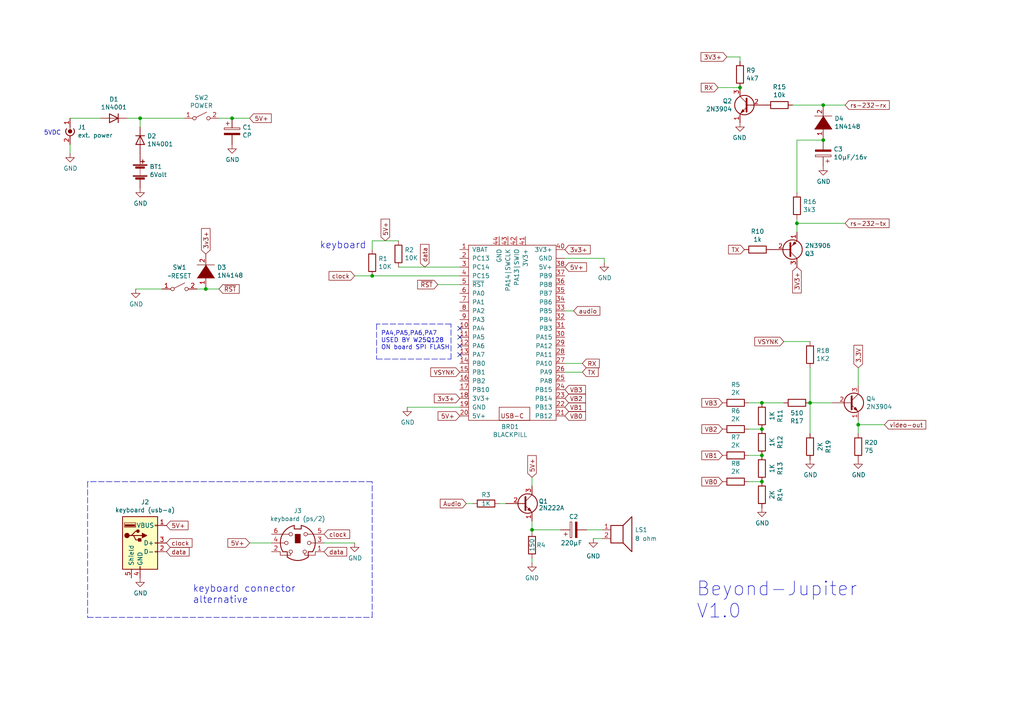
<source format=kicad_sch>
(kicad_sch (version 20211123) (generator eeschema)
  (paper "A4")
  (lib_symbols
    (symbol "Connector:Conn_Coaxial_Power" (pin_names (offset 1.016) hide)
      (property "Reference" "J" (at -5.08 -1.27 90))
      (property "Value" "Conn_Coaxial_Power" (at -3.175 -1.27 90))
      (symbol "Conn_Coaxial_Power_0_1"
        (arc (start -1.27 -1.27) (mid 0 -2.54) (end 1.27 -1.27) (stroke (width 0.254)))
        (arc (start -1.016 -0.508) (mid -1.2048 -0.8684) (end -1.27 -1.27) (stroke (width 0.254)))
        (circle (center 0 -1.27) (radius 0.508) (stroke (width 0.2032)) (fill (type outline)))
        (polyline (pts (xy 0 -2.54) (xy 0 -3.048)))
        (polyline (pts (xy 0 0) (xy 0 -1.27)))
        (arc (start 1.27 -1.27) (mid 1.2048 -0.8684) (end 1.016 -0.508) (stroke (width 0.254)))
      )
      (symbol "Conn_Coaxial_Power_1_1"
        (pin passive line (at 0 2.54 270) (length 2.54) (name "In") (number "1"))
        (pin passive line (at 0 -5.08 90) (length 2.54) (name "Ext") (number "2"))
      )
    )
    (symbol "Connector:Mini-DIN-6" (pin_names (offset 1.016))
      (property "Reference" "J" (at 0 6.35 0))
      (property "Value" "Mini-DIN-6" (at 0 -6.35 0))
      (symbol "Mini-DIN-6_0_1"
        (circle (center -3.302 0) (radius 0.508))
        (arc (start -3.048 -4.064) (mid 0 -5.08) (end 3.048 -4.064) (stroke (width 0.254)))
        (circle (center -2.032 -2.54) (radius 0.508))
        (circle (center -2.032 2.54) (radius 0.508))
        (arc (start -1.016 5.08) (mid -4.6228 2.1214) (end -4.318 -2.54) (stroke (width 0.254)))
        (rectangle (start -0.762 2.54) (end 0.762 0) (fill (type outline)))
        (polyline (pts (xy -3.81 0) (xy -5.08 0)))
        (polyline (pts (xy -2.54 2.54) (xy -5.08 2.54)))
        (polyline (pts (xy 2.794 2.54) (xy 5.08 2.54)))
        (polyline (pts (xy 5.08 0) (xy 3.81 0)))
        (polyline (pts (xy -4.318 -2.54) (xy -3.048 -2.54) (xy -3.048 -4.064)) (stroke (width 0.254)))
        (polyline (pts (xy 4.318 -2.54) (xy 3.048 -2.54) (xy 3.048 -4.064)) (stroke (width 0.254)))
        (polyline (pts (xy -2.032 -3.048) (xy -2.032 -3.556) (xy -5.08 -3.556) (xy -5.08 -2.54)))
        (polyline (pts (xy -1.016 5.08) (xy -1.016 4.064) (xy 1.016 4.064) (xy 1.016 5.08)) (stroke (width 0.254)))
        (polyline (pts (xy 2.032 -3.048) (xy 2.032 -3.556) (xy 5.08 -3.556) (xy 5.08 -2.54)))
        (circle (center 2.032 -2.54) (radius 0.508))
        (circle (center 2.286 2.54) (radius 0.508))
        (circle (center 3.302 0) (radius 0.508))
        (arc (start 4.318 -2.54) (mid 4.6661 2.1322) (end 1.016 5.08) (stroke (width 0.254)))
      )
      (symbol "Mini-DIN-6_1_1"
        (pin passive line (at 7.62 -2.54 180) (length 2.54) (name "~") (number "1"))
        (pin passive line (at -7.62 -2.54 0) (length 2.54) (name "~") (number "2"))
        (pin passive line (at 7.62 0 180) (length 2.54) (name "~") (number "3"))
        (pin passive line (at -7.62 0 0) (length 2.54) (name "~") (number "4"))
        (pin passive line (at 7.62 2.54 180) (length 2.54) (name "~") (number "5"))
        (pin passive line (at -7.62 2.54 0) (length 2.54) (name "~") (number "6"))
      )
    )
    (symbol "Device:Battery" (pin_numbers hide) (pin_names (offset 0) hide)
      (property "Reference" "BT" (at 2.54 2.54 0))
      (property "Value" "Battery" (at 2.54 0 0))
      (symbol "Battery_0_1"
        (rectangle (start -2.032 -1.397) (end 2.032 -1.651) (fill (type outline)))
        (rectangle (start -2.032 1.778) (end 2.032 1.524) (fill (type outline)))
        (rectangle (start -1.3208 -1.9812) (end 1.27 -2.4892) (fill (type outline)))
        (rectangle (start -1.3208 1.1938) (end 1.27 0.6858) (fill (type outline)))
        (polyline (pts (xy 0 -1.524) (xy 0 -1.27)))
        (polyline (pts (xy 0 -1.016) (xy 0 -0.762)))
        (polyline (pts (xy 0 -0.508) (xy 0 -0.254)))
        (polyline (pts (xy 0 0) (xy 0 0.254)))
        (polyline (pts (xy 0 0.508) (xy 0 0.762)))
        (polyline (pts (xy 0 1.778) (xy 0 2.54)))
        (polyline (pts (xy 0.254 2.667) (xy 1.27 2.667)) (stroke (width 0.254)))
        (polyline (pts (xy 0.762 3.175) (xy 0.762 2.159)) (stroke (width 0.254)))
      )
      (symbol "Battery_1_1"
        (pin passive line (at 0 5.08 270) (length 2.54) (name "+") (number "1"))
        (pin passive line (at 0 -5.08 90) (length 2.54) (name "-") (number "2"))
      )
    )
    (symbol "Device:C_Polarized" (pin_numbers hide) (pin_names (offset 0.254))
      (property "Reference" "C" (at 0.635 2.54 0))
      (property "Value" "C_Polarized" (at 0.635 -2.54 0))
      (symbol "C_Polarized_0_1"
        (rectangle (start -2.286 0.508) (end 2.286 1.016))
        (polyline (pts (xy -1.778 2.286) (xy -0.762 2.286)))
        (polyline (pts (xy -1.27 2.794) (xy -1.27 1.778)))
        (rectangle (start 2.286 -0.508) (end -2.286 -1.016) (fill (type outline)))
      )
      (symbol "C_Polarized_1_1"
        (pin passive line (at 0 3.81 270) (length 2.794) (name "~") (number "1"))
        (pin passive line (at 0 -3.81 90) (length 2.794) (name "~") (number "2"))
      )
    )
    (symbol "Device:D" (pin_numbers hide) (pin_names (offset 1.016) hide)
      (property "Reference" "D" (at 0 2.54 0))
      (property "Value" "D" (at 0 -2.54 0))
      (symbol "D_0_1"
        (polyline (pts (xy -1.27 1.27) (xy -1.27 -1.27)) (stroke (width 0.254)))
        (polyline (pts (xy 1.27 0) (xy -1.27 0)))
        (polyline (pts (xy 1.27 1.27) (xy 1.27 -1.27) (xy -1.27 0) (xy 1.27 1.27)) (stroke (width 0.254)))
      )
      (symbol "D_1_1"
        (pin passive line (at -3.81 0 0) (length 2.54) (name "K") (number "1"))
        (pin passive line (at 3.81 0 180) (length 2.54) (name "A") (number "2"))
      )
    )
    (symbol "Device:Q_NPN_EBC" (pin_names (offset 0) hide)
      (property "Reference" "Q" (at 5.08 1.27 0))
      (property "Value" "Q_NPN_EBC" (at 5.08 -1.27 0))
      (symbol "Q_NPN_EBC_0_1"
        (polyline (pts (xy 0.635 0.635) (xy 2.54 2.54)))
        (polyline (pts (xy 0.635 -0.635) (xy 2.54 -2.54) (xy 2.54 -2.54)))
        (polyline (pts (xy 0.635 1.905) (xy 0.635 -1.905) (xy 0.635 -1.905)) (stroke (width 0.508)))
        (polyline (pts (xy 1.27 -1.778) (xy 1.778 -1.27) (xy 2.286 -2.286) (xy 1.27 -1.778) (xy 1.27 -1.778)) (fill (type outline)))
        (circle (center 1.27 0) (radius 2.8194) (stroke (width 0.254)))
      )
      (symbol "Q_NPN_EBC_1_1"
        (pin passive line (at 2.54 -5.08 90) (length 2.54) (name "E") (number "1"))
        (pin passive line (at -5.08 0 0) (length 5.715) (name "B") (number "2"))
        (pin passive line (at 2.54 5.08 270) (length 2.54) (name "C") (number "3"))
      )
    )
    (symbol "Device:R" (pin_numbers hide) (pin_names (offset 0))
      (property "Reference" "R" (at 2.032 0 90))
      (property "Value" "R" (at 0 0 90))
      (symbol "R_0_1"
        (rectangle (start -1.016 -2.54) (end 1.016 2.54) (stroke (width 0.254)))
      )
      (symbol "R_1_1"
        (pin passive line (at 0 3.81 270) (length 1.27) (name "~") (number "1"))
        (pin passive line (at 0 -3.81 90) (length 1.27) (name "~") (number "2"))
      )
    )
    (symbol "Device:Speaker" (pin_names (offset 0) hide)
      (property "Reference" "LS" (at 1.27 5.715 0))
      (property "Value" "Speaker" (at 1.27 3.81 0))
      (symbol "Speaker_0_0"
        (rectangle (start -2.54 1.27) (end 1.016 -3.81) (stroke (width 0.254)))
        (polyline (pts (xy 1.016 1.27) (xy 3.556 3.81) (xy 3.556 -6.35) (xy 1.016 -3.81)) (stroke (width 0.254)))
      )
      (symbol "Speaker_1_1"
        (pin input line (at -5.08 0 0) (length 2.54) (name "1") (number "1"))
        (pin input line (at -5.08 -2.54 0) (length 2.54) (name "2") (number "2"))
      )
    )
    (symbol "Switch:SW_SPST" (pin_names (offset 0) hide)
      (property "Reference" "SW" (at 0 3.175 0))
      (property "Value" "SW_SPST" (at 0 -2.54 0))
      (symbol "SW_SPST_0_0"
        (circle (center -2.032 0) (radius 0.508))
        (polyline (pts (xy -1.524 0.254) (xy 1.524 1.778)))
        (circle (center 2.032 0) (radius 0.508))
      )
      (symbol "SW_SPST_1_1"
        (pin passive line (at -5.08 0 0) (length 2.54) (name "A") (number "1"))
        (pin passive line (at 5.08 0 180) (length 2.54) (name "B") (number "2"))
      )
    )
    (symbol "Transistor_BJT:2N3904" (pin_names (offset 0) hide)
      (property "Reference" "Q" (at 5.08 1.905 0))
      (property "Value" "2N3904" (at 5.08 0 0))
      (symbol "2N3904_0_1"
        (polyline (pts (xy 0.635 0.635) (xy 2.54 2.54)))
        (polyline (pts (xy 0.635 -0.635) (xy 2.54 -2.54) (xy 2.54 -2.54)))
        (polyline (pts (xy 0.635 1.905) (xy 0.635 -1.905) (xy 0.635 -1.905)) (stroke (width 0.508)))
        (polyline (pts (xy 1.27 -1.778) (xy 1.778 -1.27) (xy 2.286 -2.286) (xy 1.27 -1.778) (xy 1.27 -1.778)) (fill (type outline)))
        (circle (center 1.27 0) (radius 2.8194) (stroke (width 0.254)))
      )
      (symbol "2N3904_1_1"
        (pin passive line (at 2.54 -5.08 90) (length 2.54) (name "E") (number "1"))
        (pin passive line (at -5.08 0 0) (length 5.715) (name "B") (number "2"))
        (pin passive line (at 2.54 5.08 270) (length 2.54) (name "C") (number "3"))
      )
    )
    (symbol "Transistor_BJT:2N3906" (pin_names (offset 0) hide)
      (property "Reference" "Q" (at 5.08 1.905 0))
      (property "Value" "2N3906" (at 5.08 0 0))
      (symbol "2N3906_0_1"
        (polyline (pts (xy 0.635 0.635) (xy 2.54 2.54)))
        (polyline (pts (xy 0.635 -0.635) (xy 2.54 -2.54) (xy 2.54 -2.54)))
        (polyline (pts (xy 0.635 1.905) (xy 0.635 -1.905) (xy 0.635 -1.905)) (stroke (width 0.508)))
        (polyline (pts (xy 2.286 -1.778) (xy 1.778 -2.286) (xy 1.27 -1.27) (xy 2.286 -1.778) (xy 2.286 -1.778)) (fill (type outline)))
        (circle (center 1.27 0) (radius 2.8194) (stroke (width 0.254)))
      )
      (symbol "2N3906_1_1"
        (pin passive line (at 2.54 -5.08 90) (length 2.54) (name "E") (number "1"))
        (pin input line (at -5.08 0 0) (length 5.715) (name "B") (number "2"))
        (pin passive line (at 2.54 5.08 270) (length 2.54) (name "C") (number "3"))
      )
    )
    (symbol "kiCAD-schematic-rescue:BLACKPILL-black-pill" (pin_names (offset 1.016))
      (property "Reference" "BRD" (at 1.27 -48.26 0))
      (property "Value" "BLACKPILL-black-pill" (at -5.08 29.21 0))
      (symbol "BLACKPILL-black-pill_0_0"
        (rectangle (start -16.51 17.78) (end 8.89 -33.02))
        (text "USB-C" (at -3.81 -31.75 0) (effects (font (size 1.27 1.27))))
      )
      (symbol "BLACKPILL-black-pill_0_1"
        (rectangle (start -7.62 -29.21) (end 1.27 -33.02))
      )
      (symbol "BLACKPILL-black-pill_1_1"
        (pin power_in line (at -19.05 16.51 0) (length 2.54) (name "VBAT") (number "1"))
        (pin bidirectional line (at -19.05 -6.35 0) (length 2.54) (name "PA4") (number "10"))
        (pin bidirectional line (at -19.05 -8.89 0) (length 2.54) (name "PA5") (number "11"))
        (pin bidirectional line (at -19.05 -11.43 0) (length 2.54) (name "PA6") (number "12"))
        (pin bidirectional line (at -19.05 -13.97 0) (length 2.54) (name "PA7") (number "13"))
        (pin bidirectional line (at -19.05 -16.51 0) (length 2.54) (name "PB0") (number "14"))
        (pin bidirectional line (at -19.05 -19.05 0) (length 2.54) (name "PB1") (number "15"))
        (pin bidirectional line (at -19.05 -21.59 0) (length 2.54) (name "PB2") (number "16"))
        (pin bidirectional line (at -19.05 -24.13 0) (length 2.54) (name "PB10") (number "17"))
        (pin power_in line (at -19.05 -26.67 0) (length 2.54) (name "3V3+") (number "18"))
        (pin passive line (at -19.05 -29.21 0) (length 2.54) (name "GND") (number "19"))
        (pin bidirectional line (at -19.05 13.97 0) (length 2.54) (name "PC13") (number "2"))
        (pin passive line (at -19.05 -31.75 0) (length 2.54) (name "5V+") (number "20"))
        (pin bidirectional line (at 11.43 -31.75 180) (length 2.54) (name "PB12") (number "21"))
        (pin bidirectional line (at 11.43 -29.21 180) (length 2.54) (name "PB13") (number "22"))
        (pin bidirectional line (at 11.43 -26.67 180) (length 2.54) (name "PB14") (number "23"))
        (pin bidirectional line (at 11.43 -24.13 180) (length 2.54) (name "PB15") (number "24"))
        (pin bidirectional line (at 11.43 -21.59 180) (length 2.54) (name "PA8") (number "25"))
        (pin bidirectional line (at 11.43 -19.05 180) (length 2.54) (name "PA9") (number "26"))
        (pin bidirectional line (at 11.43 -16.51 180) (length 2.54) (name "PA10") (number "27"))
        (pin bidirectional line (at 11.43 -13.97 180) (length 2.54) (name "PA11") (number "28"))
        (pin bidirectional line (at 11.43 -11.43 180) (length 2.54) (name "PA12") (number "29"))
        (pin bidirectional line (at -19.05 11.43 0) (length 2.54) (name "PC14") (number "3"))
        (pin bidirectional line (at 11.43 -8.89 180) (length 2.54) (name "PA15") (number "30"))
        (pin bidirectional line (at 11.43 -6.35 180) (length 2.54) (name "PB3") (number "31"))
        (pin bidirectional line (at 11.43 -3.81 180) (length 2.54) (name "PB4") (number "32"))
        (pin bidirectional line (at 11.43 -1.27 180) (length 2.54) (name "PB5") (number "33"))
        (pin bidirectional line (at 11.43 1.27 180) (length 2.54) (name "PB6") (number "34"))
        (pin bidirectional line (at 11.43 3.81 180) (length 2.54) (name "PB7") (number "35"))
        (pin bidirectional line (at 11.43 6.35 180) (length 2.54) (name "PB8") (number "36"))
        (pin bidirectional line (at 11.43 8.89 180) (length 2.54) (name "PB9") (number "37"))
        (pin power_in line (at 11.43 11.43 180) (length 2.54) (name "5V+") (number "38"))
        (pin bidirectional line (at -19.05 8.89 0) (length 2.54) (name "PC15") (number "4"))
        (pin power_in line (at 11.43 16.51 180) (length 2.54) (name "3V3+") (number "40"))
        (pin power_in line (at 0 20.32 270) (length 2.54) (name "3V3+") (number "41"))
        (pin bidirectional line (at -2.54 20.32 270) (length 2.54) (name "PA13|SWIO") (number "42"))
        (pin bidirectional line (at -5.08 20.32 270) (length 2.54) (name "PA14|SWCLK") (number "43"))
        (pin passive line (at -7.62 20.32 270) (length 2.54) (name "GND") (number "44"))
        (pin bidirectional line (at -19.05 6.35 0) (length 2.54) (name "~{RST}") (number "5"))
        (pin bidirectional line (at -19.05 3.81 0) (length 2.54) (name "PA0") (number "6"))
        (pin bidirectional line (at -19.05 1.27 0) (length 2.54) (name "PA1") (number "7"))
        (pin bidirectional line (at -19.05 -1.27 0) (length 2.54) (name "PA2") (number "8"))
        (pin bidirectional line (at -19.05 -3.81 0) (length 2.54) (name "PA3") (number "9"))
        (pin passive line (at 11.43 13.97 180) (length 2.54) (name "GND") (number "~"))
      )
    )
    (symbol "kiCAD-schematic-rescue:CP-Device" (pin_numbers hide) (pin_names (offset 0.254))
      (property "Reference" "C" (at 0.635 2.54 0))
      (property "Value" "CP-Device" (at 0.635 -2.54 0))
      (symbol "CP-Device_0_1"
        (rectangle (start -2.286 0.508) (end 2.286 1.016))
        (polyline (pts (xy -1.778 2.286) (xy -0.762 2.286)))
        (polyline (pts (xy -1.27 2.794) (xy -1.27 1.778)))
        (rectangle (start 2.286 -0.508) (end -2.286 -1.016) (fill (type outline)))
      )
      (symbol "CP-Device_1_1"
        (pin passive line (at 0 3.81 270) (length 2.794) (name "~") (number "1"))
        (pin passive line (at 0 -3.81 90) (length 2.794) (name "~") (number "2"))
      )
    )
    (symbol "kiCAD-schematic-rescue:USB_A-Connector" (pin_names (offset 1.016))
      (property "Reference" "J" (at -5.08 11.43 0))
      (property "Value" "USB_A-Connector" (at -5.08 8.89 0))
      (symbol "USB_A-Connector_0_1"
        (rectangle (start -5.08 -7.62) (end 5.08 7.62) (stroke (width 0.254)) (fill (type background)))
        (circle (center -3.81 2.159) (radius 0.635) (stroke (width 0.254)) (fill (type outline)))
        (rectangle (start -1.524 4.826) (end -4.318 5.334) (fill (type outline)))
        (rectangle (start -1.27 4.572) (end -4.572 5.842))
        (circle (center -0.635 3.429) (radius 0.381) (stroke (width 0.254)) (fill (type outline)))
        (rectangle (start -0.127 -7.62) (end 0.127 -6.858))
        (polyline (pts (xy -3.175 2.159) (xy -2.54 2.159) (xy -1.27 3.429) (xy -0.635 3.429)) (stroke (width 0.254)))
        (polyline (pts (xy -2.54 2.159) (xy -1.905 2.159) (xy -1.27 0.889) (xy 0 0.889)) (stroke (width 0.254)))
        (polyline (pts (xy 0.635 2.794) (xy 0.635 1.524) (xy 1.905 2.159) (xy 0.635 2.794)) (stroke (width 0.254)) (fill (type outline)))
        (rectangle (start 0.254 1.27) (end -0.508 0.508) (stroke (width 0.254)) (fill (type outline)))
        (rectangle (start 5.08 -2.667) (end 4.318 -2.413))
        (rectangle (start 5.08 -0.127) (end 4.318 0.127))
        (rectangle (start 5.08 4.953) (end 4.318 5.207))
      )
      (symbol "USB_A-Connector_1_1"
        (polyline (pts (xy -1.905 2.159) (xy 0.635 2.159)) (stroke (width 0.254)))
        (pin power_in line (at 7.62 5.08 180) (length 2.54) (name "VBUS") (number "1"))
        (pin passive line (at 7.62 -2.54 180) (length 2.54) (name "D-") (number "2"))
        (pin passive line (at 7.62 0 180) (length 2.54) (name "D+") (number "3"))
        (pin power_in line (at 0 -10.16 90) (length 2.54) (name "GND") (number "4"))
        (pin passive line (at -2.54 -10.16 90) (length 2.54) (name "Shield") (number "5"))
      )
    )
    (symbol "power:GND" (power) (pin_names (offset 0))
      (property "Value" "GND" (at 0 -3.81 0))
      (symbol "GND_0_1"
        (polyline (pts (xy 0 0) (xy 0 -1.27) (xy 1.27 -1.27) (xy 0 -2.54) (xy -1.27 -1.27) (xy 0 -1.27)))
      )
      (symbol "GND_1_1"
        (pin power_in line (at 0 0 270) (length 0) hide (name "GND") (number "1"))
      )
    )
    (symbol "pspice:DIODE" (pin_names (offset 1.016) hide)
      (property "Reference" "D" (at 0 3.81 0))
      (property "Value" "DIODE" (at 0 -4.445 0))
      (symbol "DIODE_0_1"
        (polyline (pts (xy 1.905 2.54) (xy 1.905 -2.54)))
        (polyline (pts (xy -1.905 2.54) (xy -1.905 -2.54) (xy 1.905 0)) (fill (type outline)))
      )
      (symbol "DIODE_1_1"
        (pin input line (at -5.08 0 0) (length 3.81) (name "K") (number "1"))
        (pin input line (at 5.08 0 180) (length 3.81) (name "A") (number "2"))
      )
    )
  )
  (junction (at 234.95 116.84))
  (junction (at 238.76 30.48))
  (junction (at 107.95 80.01))
  (junction (at 220.98 139.7))
  (junction (at 231.14 64.77))
  (junction (at 59.69 83.82))
  (junction (at 67.31 34.29))
  (junction (at 214.63 25.4))
  (junction (at 248.92 123.19))
  (junction (at 220.98 132.08))
  (junction (at 220.98 124.46))
  (junction (at 238.76 40.64))
  (junction (at 154.305 153.67))
  (junction (at 40.64 34.29))
  (junction (at 220.98 116.84))
  (no_connect (at 133.35 102.87))
  (no_connect (at 133.35 95.25))
  (no_connect (at 133.35 97.79))
  (no_connect (at 133.35 100.33))
  (wire (pts (xy 217.17 132.08) (xy 220.98 132.08)))
  (wire (pts (xy 248.92 121.92) (xy 248.92 123.19)))
  (wire (pts (xy 154.305 151.13) (xy 154.305 153.67)))
  (wire (pts (xy 217.17 124.46) (xy 220.98 124.46)))
  (wire (pts (xy 234.95 116.84) (xy 234.95 125.73)))
  (wire (pts (xy 163.83 90.17) (xy 166.37 90.17)))
  (wire (pts (xy 245.11 30.48) (xy 238.76 30.48)))
  (wire (pts (xy 217.17 139.7) (xy 220.98 139.7)))
  (wire (pts (xy 107.95 72.39) (xy 107.95 69.85)))
  (wire (pts (xy 135.255 146.05) (xy 137.16 146.05)))
  (polyline (pts (xy 107.95 179.07) (xy 107.95 139.7)))
  (wire (pts (xy 168.91 105.41) (xy 163.83 105.41)))
  (wire (pts (xy 231.14 40.64) (xy 238.76 40.64)))
  (polyline (pts (xy 109.22 93.98) (xy 109.22 104.14)))
  (wire (pts (xy 170.18 153.67) (xy 174.625 153.67)))
  (wire (pts (xy 72.39 157.48) (xy 78.74 157.48)))
  (wire (pts (xy 36.83 34.29) (xy 40.64 34.29)))
  (wire (pts (xy 231.14 40.64) (xy 231.14 55.88)))
  (wire (pts (xy 175.26 74.93) (xy 163.83 74.93)))
  (wire (pts (xy 59.69 83.82) (xy 63.5 83.82)))
  (polyline (pts (xy 130.81 104.14) (xy 130.81 93.98)))
  (wire (pts (xy 144.78 146.05) (xy 146.685 146.05)))
  (wire (pts (xy 154.305 153.67) (xy 154.305 154.305)))
  (wire (pts (xy 118.11 118.11) (xy 133.35 118.11)))
  (polyline (pts (xy 25.4 139.7) (xy 25.4 179.07)))
  (wire (pts (xy 163.83 107.95) (xy 168.91 107.95)))
  (wire (pts (xy 172.085 156.21) (xy 174.625 156.21)))
  (wire (pts (xy 93.98 157.48) (xy 102.87 157.48)))
  (wire (pts (xy 115.57 77.47) (xy 133.35 77.47)))
  (wire (pts (xy 231.14 64.77) (xy 245.11 64.77)))
  (wire (pts (xy 154.305 161.925) (xy 154.305 163.195)))
  (polyline (pts (xy 109.22 104.14) (xy 130.81 104.14)))
  (wire (pts (xy 229.87 30.48) (xy 238.76 30.48)))
  (polyline (pts (xy 25.4 179.07) (xy 107.95 179.07)))
  (wire (pts (xy 220.98 116.84) (xy 217.17 116.84)))
  (wire (pts (xy 220.98 116.84) (xy 227.33 116.84)))
  (wire (pts (xy 234.95 106.68) (xy 234.95 116.84)))
  (wire (pts (xy 67.31 34.29) (xy 72.39 34.29)))
  (wire (pts (xy 40.64 34.29) (xy 53.34 34.29)))
  (wire (pts (xy 20.32 34.29) (xy 29.21 34.29)))
  (wire (pts (xy 107.95 69.85) (xy 115.57 69.85)))
  (wire (pts (xy 241.3 116.84) (xy 234.95 116.84)))
  (wire (pts (xy 231.14 64.77) (xy 231.14 63.5)))
  (wire (pts (xy 214.63 16.51) (xy 214.63 17.78)))
  (wire (pts (xy 208.28 25.4) (xy 214.63 25.4)))
  (wire (pts (xy 175.26 76.2) (xy 175.26 74.93)))
  (wire (pts (xy 102.87 80.01) (xy 107.95 80.01)))
  (wire (pts (xy 127 82.55) (xy 133.35 82.55)))
  (wire (pts (xy 248.92 123.19) (xy 248.92 125.73)))
  (wire (pts (xy 63.5 34.29) (xy 67.31 34.29)))
  (polyline (pts (xy 130.81 93.98) (xy 109.22 93.98)))
  (wire (pts (xy 40.64 34.29) (xy 40.64 36.83)))
  (wire (pts (xy 20.32 41.91) (xy 20.32 44.45)))
  (wire (pts (xy 227.33 99.06) (xy 234.95 99.06)))
  (wire (pts (xy 154.305 153.67) (xy 162.56 153.67)))
  (wire (pts (xy 57.15 83.82) (xy 59.69 83.82)))
  (wire (pts (xy 231.14 67.31) (xy 231.14 64.77)))
  (wire (pts (xy 154.305 138.43) (xy 154.305 140.97)))
  (wire (pts (xy 107.95 80.01) (xy 133.35 80.01)))
  (wire (pts (xy 256.54 123.19) (xy 248.92 123.19)))
  (wire (pts (xy 39.37 83.82) (xy 46.99 83.82)))
  (wire (pts (xy 248.92 106.68) (xy 248.92 111.76)))
  (polyline (pts (xy 107.95 139.7) (xy 25.4 139.7)))
  (wire (pts (xy 210.82 16.51) (xy 214.63 16.51)))
  (text "keyboard connector\nalternative\n" (at 55.88 175.26 0) (effects (font (size 2.0066 2.0066)) (justify left bottom)))
  (text "5VDC\n" (at 12.7 39.37 0) (effects (font (size 1.27 1.27)) (justify left bottom)))
  (text "keyboard\n" (at 92.71 72.39 0) (effects (font (size 2.0066 2.0066)) (justify left bottom)))
  (text "Beyond-Jupiter\nV1.0" (at 201.93 179.705 0) (effects (font (size 4 4)) (justify left bottom)))
  (text "PA4,PA5,PA6,PA7\nUSED BY W25Q128\nON board SPI FLASH" (at 110.49 101.6 0) (effects (font (size 1.27 1.27)) (justify left bottom)))
  (global_label "audio" (shape input) (at 166.37 90.17 0) (property "Références Inter-Feuilles" "${INTERSHEET_REFS}" (effects hide)))
  (global_label "3v3+" (shape input) (at 133.35 115.57 180) (property "Références Inter-Feuilles" "${INTERSHEET_REFS}" (effects hide)))
  (global_label "data" (shape input) (at 48.26 160.02 0) (property "Références Inter-Feuilles" "${INTERSHEET_REFS}" (effects hide)))
  (global_label "clock" (shape input) (at 48.26 157.48 0) (property "Références Inter-Feuilles" "${INTERSHEET_REFS}" (effects hide)))
  (global_label "clock" (shape input) (at 102.87 80.01 180) (property "Références Inter-Feuilles" "${INTERSHEET_REFS}" (effects hide)))
  (global_label "VB2" (shape input) (at 209.55 124.46 180) (property "Références Inter-Feuilles" "${INTERSHEET_REFS}" (effects hide)))
  (global_label "~{RST}" (shape input) (at 127 82.55 180) (property "Références Inter-Feuilles" "${INTERSHEET_REFS}" (effects hide)))
  (global_label "RX" (shape input) (at 168.91 105.41 0) (property "Références Inter-Feuilles" "${INTERSHEET_REFS}" (effects hide)))
  (global_label "5V+" (shape input) (at 72.39 157.48 180) (property "Références Inter-Feuilles" "${INTERSHEET_REFS}" (effects hide)))
  (global_label "TX" (shape input) (at 168.91 107.95 0) (property "Références Inter-Feuilles" "${INTERSHEET_REFS}" (effects hide)))
  (global_label "data" (shape input) (at 93.98 160.02 0) (property "Références Inter-Feuilles" "${INTERSHEET_REFS}" (effects hide)))
  (global_label "data" (shape input) (at 123.19 77.47 90) (property "Références Inter-Feuilles" "${INTERSHEET_REFS}" (effects hide)))
  (global_label "VB1" (shape input) (at 163.83 118.11 0) (property "Références Inter-Feuilles" "${INTERSHEET_REFS}" (effects hide)))
  (global_label "3v3+" (shape input) (at 59.69 73.66 90) (property "Références Inter-Feuilles" "${INTERSHEET_REFS}" (effects hide)))
  (global_label "video-out" (shape input) (at 256.54 123.19 0) (property "Références Inter-Feuilles" "${INTERSHEET_REFS}" (effects hide)))
  (global_label "VB2" (shape input) (at 163.83 115.57 0) (property "Références Inter-Feuilles" "${INTERSHEET_REFS}" (effects hide)))
  (global_label "3v3+" (shape input) (at 163.83 72.39 0) (property "Références Inter-Feuilles" "${INTERSHEET_REFS}" (effects hide)))
  (global_label "3.3V" (shape input) (at 248.92 106.68 90) (property "Références Inter-Feuilles" "${INTERSHEET_REFS}" (effects hide)))
  (global_label "VB3" (shape input) (at 209.55 116.84 180) (property "Références Inter-Feuilles" "${INTERSHEET_REFS}" (effects hide)))
  (global_label "VB0" (shape input) (at 209.55 139.7 180) (property "Références Inter-Feuilles" "${INTERSHEET_REFS}" (effects hide)))
  (global_label "5V+" (shape input) (at 72.39 34.29 0) (property "Références Inter-Feuilles" "${INTERSHEET_REFS}" (effects hide)))
  (global_label "clock" (shape input) (at 93.98 154.94 0) (property "Références Inter-Feuilles" "${INTERSHEET_REFS}" (effects hide)))
  (global_label "VB1" (shape input) (at 209.55 132.08 180) (property "Références Inter-Feuilles" "${INTERSHEET_REFS}" (effects hide)))
  (global_label "5V+" (shape input) (at 48.26 152.4 0) (property "Références Inter-Feuilles" "${INTERSHEET_REFS}" (effects hide)))
  (global_label "RX" (shape input) (at 208.28 25.4 180) (property "Références Inter-Feuilles" "${INTERSHEET_REFS}" (effects hide)))
  (global_label "5V+" (shape input) (at 111.76 69.85 90) (property "Références Inter-Feuilles" "${INTERSHEET_REFS}" (effects hide)))
  (global_label "5V+" (shape input) (at 163.83 77.47 0) (property "Références Inter-Feuilles" "${INTERSHEET_REFS}" (effects hide)))
  (global_label "3V3+" (shape input) (at 210.82 16.51 180) (property "Références Inter-Feuilles" "${INTERSHEET_REFS}" (effects hide)))
  (global_label "5V+" (shape input) (at 133.35 120.65 180) (property "Références Inter-Feuilles" "${INTERSHEET_REFS}" (effects hide)))
  (global_label "rs-232-tx" (shape input) (at 245.11 64.77 0) (property "Références Inter-Feuilles" "${INTERSHEET_REFS}" (effects hide)))
  (global_label "VB3" (shape input) (at 163.83 113.03 0) (property "Références Inter-Feuilles" "${INTERSHEET_REFS}" (effects hide)))
  (global_label "VSYNK" (shape input) (at 133.35 107.95 180) (property "Références Inter-Feuilles" "${INTERSHEET_REFS}" (effects hide)))
  (global_label "VSYNK" (shape input) (at 227.33 99.06 180) (property "Références Inter-Feuilles" "${INTERSHEET_REFS}" (effects hide)))
  (global_label "5V+" (shape input) (at 154.305 138.43 90) (property "Références Inter-Feuilles" "${INTERSHEET_REFS}" (effects hide)))
  (global_label "Audio" (shape input) (at 135.255 146.05 180) (property "Références Inter-Feuilles" "${INTERSHEET_REFS}" (effects hide)))
  (global_label "3V3+" (shape input) (at 231.14 77.47 270) (property "Références Inter-Feuilles" "${INTERSHEET_REFS}" (effects hide)))
  (global_label "rs-232-rx" (shape input) (at 245.11 30.48 0) (property "Références Inter-Feuilles" "${INTERSHEET_REFS}" (effects hide)))
  (global_label "TX" (shape input) (at 215.9 72.39 180) (property "Références Inter-Feuilles" "${INTERSHEET_REFS}" (effects hide)))
  (global_label "~{RST}" (shape input) (at 63.5 83.82 0) (property "Références Inter-Feuilles" "${INTERSHEET_REFS}" (effects hide)))
  (global_label "VB0" (shape input) (at 163.83 120.65 0) (property "Références Inter-Feuilles" "${INTERSHEET_REFS}" (effects hide)))
  (symbol (lib_id "kiCAD-schematic-rescue:BLACKPILL-black-pill") (at 152.4 88.9 0) (unit 1)
    (property "Reference" "BRD1" (at 147.955 123.7742 0))
    (property "Value" "BLACKPILL" (at 147.955 126.0856 0))
  )
  (symbol (lib_id "Transistor_BJT:2N3904") (at 217.17 30.48 0) (mirror y) (unit 1)
    (property "Reference" "Q2" (at 212.344 29.3116 0) (effects (justify left)))
    (property "Value" "2N3904" (at 212.344 31.623 0) (effects (justify left)))
    (property "Footprint" "Package_TO_SOT_THT:TO-92_Inline" (effects hide))
    (property "Datasheet" "https://www.fairchildsemi.com/datasheets/2N/2N3904.pdf" (effects hide))
  )
  (symbol (lib_id "Transistor_BJT:2N3906") (at 228.6 72.39 0) (mirror x) (unit 1)
    (property "Reference" "Q3" (at 233.426 73.5584 0) (effects (justify left)))
    (property "Value" "2N3906" (at 233.426 71.247 0) (effects (justify left)))
    (property "Footprint" "Package_TO_SOT_THT:TO-92_Inline" (effects hide))
    (property "Datasheet" "https://www.fairchildsemi.com/datasheets/2N/2N3906.pdf" (effects hide))
  )
  (symbol (lib_id "Transistor_BJT:2N3904") (at 246.38 116.84 0) (unit 1)
    (property "Reference" "Q4" (at 251.206 115.6716 0) (effects (justify left)))
    (property "Value" "2N3904" (at 251.206 117.983 0) (effects (justify left)))
    (property "Footprint" "Package_TO_SOT_THT:TO-92_Inline" (effects hide))
    (property "Datasheet" "https://www.fairchildsemi.com/datasheets/2N/2N3904.pdf" (effects hide))
  )
  (symbol (lib_id "power:GND") (at 214.63 35.56 0) (mirror y) (unit 1)
    (property "Reference" "#PWR011" (effects hide))
    (property "Value" "GND" (at 214.503 39.9542 0))
  )
  (symbol (lib_id "Device:R") (at 214.63 21.59 0) (mirror y) (unit 1)
    (property "Reference" "R9" (at 216.408 20.4216 0) (effects (justify right)))
    (property "Value" "4k7" (at 216.408 22.733 0) (effects (justify right)))
  )
  (symbol (lib_id "Device:R") (at 226.06 30.48 90) (mirror x) (unit 1)
    (property "Reference" "R15" (at 226.06 25.2222 90))
    (property "Value" "10k" (at 226.06 27.5336 90))
  )
  (symbol (lib_id "pspice:DIODE") (at 238.76 35.56 90) (unit 1)
    (property "Reference" "D4" (at 242.0112 34.3916 90) (effects (justify right)))
    (property "Value" "1N4148" (at 242.0112 36.703 90) (effects (justify right)))
  )
  (symbol (lib_id "kiCAD-schematic-rescue:CP-Device") (at 238.76 44.45 180) (unit 1)
    (property "Reference" "C3" (at 241.7572 43.2816 0) (effects (justify right)))
    (property "Value" "10µF/16v" (at 241.7572 45.593 0) (effects (justify right)))
  )
  (symbol (lib_id "power:GND") (at 238.76 48.26 0) (unit 1)
    (property "Reference" "#PWR014" (effects hide))
    (property "Value" "GND" (at 238.887 52.6542 0))
  )
  (symbol (lib_id "Device:R") (at 219.71 72.39 90) (unit 1)
    (property "Reference" "R10" (at 219.71 67.1322 90))
    (property "Value" "1k" (at 219.71 69.4436 90))
  )
  (symbol (lib_id "Device:R") (at 231.14 59.69 180) (unit 1)
    (property "Reference" "R16" (at 232.918 58.5216 0) (effects (justify right)))
    (property "Value" "3k3" (at 232.918 60.833 0) (effects (justify right)))
  )
  (symbol (lib_id "Device:R") (at 248.92 129.54 0) (unit 1)
    (property "Reference" "R20" (at 250.698 128.3716 0) (effects (justify left)))
    (property "Value" "75" (at 250.698 130.683 0) (effects (justify left)))
  )
  (symbol (lib_id "power:GND") (at 248.92 133.35 0) (unit 1)
    (property "Reference" "#PWR015" (effects hide))
    (property "Value" "GND" (at 249.047 137.7442 0))
  )
  (symbol (lib_id "Device:R") (at 234.95 102.87 0) (unit 1)
    (property "Reference" "R18" (at 236.728 101.7016 0) (effects (justify left)))
    (property "Value" "1K2" (at 236.728 104.013 0) (effects (justify left)))
  )
  (symbol (lib_id "Device:R") (at 213.36 116.84 90) (unit 1)
    (property "Reference" "R5" (at 213.36 111.5822 90))
    (property "Value" "2K" (at 213.36 113.8936 90))
  )
  (symbol (lib_id "Device:R") (at 220.98 120.65 0) (unit 1)
    (property "Reference" "R11" (at 226.2378 120.65 90))
    (property "Value" "1K" (at 223.9264 120.65 90))
  )
  (symbol (lib_id "Device:R") (at 213.36 132.08 90) (unit 1)
    (property "Reference" "R7" (at 213.36 126.8222 90))
    (property "Value" "2K" (at 213.36 129.1336 90))
  )
  (symbol (lib_id "Device:R") (at 213.36 139.7 90) (unit 1)
    (property "Reference" "R8" (at 213.36 134.4422 90))
    (property "Value" "2K" (at 213.36 136.7536 90))
  )
  (symbol (lib_id "Connector:Mini-DIN-6") (at 86.36 157.48 0) (unit 1)
    (property "Reference" "J3" (at 86.36 148.1582 0))
    (property "Value" "keyboard (ps/2)" (at 86.36 150.4696 0))
    (property "Datasheet" "http://service.powerdynamics.com/ec/Catalog17/Section%2011.pdf" (effects hide))
  )
  (symbol (lib_id "power:GND") (at 102.87 157.48 0) (unit 1)
    (property "Reference" "#PWR06" (effects hide))
    (property "Value" "GND" (at 102.997 161.8742 0))
  )
  (symbol (lib_id "kiCAD-schematic-rescue:USB_A-Connector") (at 40.64 157.48 0) (unit 1)
    (property "Reference" "J2" (at 42.0878 145.6182 0))
    (property "Value" "keyboard (usb-a)" (at 42.0878 147.9296 0))
    (property "Datasheet" " ~" (effects hide))
  )
  (symbol (lib_id "power:GND") (at 40.64 167.64 0) (unit 1)
    (property "Reference" "#PWR04" (effects hide))
    (property "Value" "GND" (at 40.767 172.0342 0))
  )
  (symbol (lib_id "Switch:SW_SPST") (at 52.07 83.82 0) (unit 1)
    (property "Reference" "SW1" (at 52.07 77.5462 0))
    (property "Value" "~RESET" (at 52.07 80.0354 0))
  )
  (symbol (lib_id "power:GND") (at 39.37 83.82 0) (unit 1)
    (property "Reference" "#PWR02" (effects hide))
    (property "Value" "GND" (at 39.497 88.2142 0))
  )
  (symbol (lib_id "pspice:DIODE") (at 59.69 78.74 90) (unit 1)
    (property "Reference" "D3" (at 62.9412 77.5716 90) (effects (justify right)))
    (property "Value" "1N4148" (at 62.9412 79.883 90) (effects (justify right)))
  )
  (symbol (lib_id "Device:R") (at 115.57 73.66 0) (unit 1)
    (property "Reference" "R2" (at 117.348 72.4916 0) (effects (justify left)))
    (property "Value" "10K" (at 117.348 74.803 0) (effects (justify left)))
  )
  (symbol (lib_id "Device:R") (at 107.95 76.2 0) (unit 1)
    (property "Reference" "R1" (at 109.728 75.0316 0) (effects (justify left)))
    (property "Value" "10K" (at 109.728 77.343 0) (effects (justify left)))
  )
  (symbol (lib_id "power:GND") (at 175.26 76.2 0) (unit 1)
    (property "Reference" "#PWR010" (effects hide))
    (property "Value" "GND" (at 175.387 80.5942 0))
  )
  (symbol (lib_id "power:GND") (at 118.11 118.11 0) (unit 1)
    (property "Reference" "#PWR07" (effects hide))
    (property "Value" "GND" (at 118.237 122.5042 0))
  )
  (symbol (lib_id "Device:Battery") (at 40.64 49.53 0) (unit 1)
    (property "Reference" "BT1" (at 43.3832 48.3616 0) (effects (justify left)))
    (property "Value" "6Volt" (at 43.3832 50.673 0) (effects (justify left)))
  )
  (symbol (lib_id "Switch:SW_SPST") (at 58.42 34.29 0) (unit 1)
    (property "Reference" "SW2" (at 58.42 28.321 0))
    (property "Value" "POWER" (at 58.42 30.6324 0))
  )
  (symbol (lib_id "Device:D") (at 33.02 34.29 180) (unit 1)
    (property "Reference" "D1" (at 33.02 28.8036 0))
    (property "Value" "1N4001" (at 33.02 31.115 0))
  )
  (symbol (lib_id "power:GND") (at 40.64 54.61 0) (unit 1)
    (property "Reference" "#PWR03" (effects hide))
    (property "Value" "GND" (at 40.767 59.0042 0))
  )
  (symbol (lib_id "kiCAD-schematic-rescue:CP-Device") (at 67.31 38.1 0) (unit 1)
    (property "Reference" "C1" (at 70.3072 36.9316 0) (effects (justify left)))
    (property "Value" "CP" (at 70.3072 39.243 0) (effects (justify left)))
  )
  (symbol (lib_id "power:GND") (at 67.31 41.91 0) (unit 1)
    (property "Reference" "#PWR05" (effects hide))
    (property "Value" "GND" (at 67.437 46.3042 0))
  )
  (symbol (lib_id "Connector:Conn_Coaxial_Power") (at 20.32 36.83 0) (unit 1)
    (property "Reference" "J1" (at 22.5552 36.9316 0) (effects (justify left)))
    (property "Value" "ext. power" (at 22.5552 39.243 0) (effects (justify left)))
  )
  (symbol (lib_id "power:GND") (at 20.32 44.45 0) (unit 1)
    (property "Reference" "#PWR01" (effects hide))
    (property "Value" "GND" (at 20.447 48.8442 0))
  )
  (symbol (lib_id "Device:D") (at 40.64 40.64 270) (unit 1)
    (property "Reference" "D2" (at 42.6466 39.4716 90) (effects (justify left)))
    (property "Value" "1N4001" (at 42.6466 41.783 90) (effects (justify left)))
  )
  (symbol (lib_id "Device:R") (at 220.98 128.27 0) (unit 1)
    (property "Reference" "R12" (at 226.2378 128.27 90))
    (property "Value" "1K" (at 223.9264 128.27 90))
  )
  (symbol (lib_id "Device:R") (at 220.98 135.89 0) (unit 1)
    (property "Reference" "R13" (at 226.2378 135.89 90))
    (property "Value" "1K" (at 223.9264 135.89 90))
  )
  (symbol (lib_id "Device:R") (at 213.36 124.46 90) (unit 1)
    (property "Reference" "R6" (at 213.36 119.2022 90))
    (property "Value" "2K" (at 213.36 121.5136 90))
  )
  (symbol (lib_id "Device:R") (at 234.95 129.54 0) (unit 1)
    (property "Reference" "R19" (at 240.2078 129.54 90))
    (property "Value" "2K" (at 237.8964 129.54 90))
  )
  (symbol (lib_id "power:GND") (at 234.95 133.35 0) (unit 1)
    (property "Reference" "#PWR013" (effects hide))
    (property "Value" "GND" (at 235.077 137.7442 0))
  )
  (symbol (lib_id "Device:R") (at 231.14 116.84 270) (unit 1)
    (property "Reference" "R17" (at 231.14 122.0978 90))
    (property "Value" "510" (at 231.14 119.7864 90))
  )
  (symbol (lib_id "Device:R") (at 220.98 143.51 0) (unit 1)
    (property "Reference" "R14" (at 226.2378 143.51 90))
    (property "Value" "2K" (at 223.9264 143.51 90))
  )
  (symbol (lib_id "power:GND") (at 220.98 147.32 0) (unit 1)
    (property "Reference" "#PWR012" (effects hide))
    (property "Value" "GND" (at 221.107 151.7142 0))
  )
  (symbol (lib_id "Device:Q_NPN_EBC") (at 151.765 146.05 0) (unit 1)
    (property "Reference" "Q1" (at 156.21 145.415 0) (effects (justify left)))
    (property "Value" "2N222A" (at 156.21 147.32 0) (effects (justify left)))
  )
  (symbol (lib_id "power:GND") (at 172.085 156.21 0) (unit 1)
    (property "Reference" "#PWR09" (effects hide))
    (property "Value" "GND" (at 172.085 161.29 0))
  )
  (symbol (lib_id "power:GND") (at 154.305 163.195 0) (unit 1)
    (property "Reference" "#PWR08" (effects hide))
    (property "Value" "GND" (at 154.305 167.64 0))
  )
  (symbol (lib_id "Device:R") (at 140.97 146.05 90) (unit 1)
    (property "Reference" "R3" (at 140.97 143.51 90))
    (property "Value" "1K" (at 140.97 146.05 90))
  )
  (symbol (lib_id "Device:R") (at 154.305 158.115 0) (unit 1)
    (property "Reference" "R4" (at 155.575 158.115 0) (effects (justify left)))
    (property "Value" "150" (at 154.305 160.02 90) (effects (justify left)))
  )
  (symbol (lib_id "Device:Speaker") (at 179.705 153.67 0) (unit 1)
    (property "Reference" "LS1" (at 184.15 153.6699 0) (effects (justify left)))
    (property "Value" "8 ohm" (at 184.15 156.2099 0) (effects (justify left)))
  )
  (symbol (lib_id "Device:C_Polarized") (at 166.37 153.67 90) (unit 1)
    (property "Reference" "C2" (at 166.37 149.86 90))
    (property "Value" "220µF" (at 165.735 157.48 90))
  )
)
</source>
